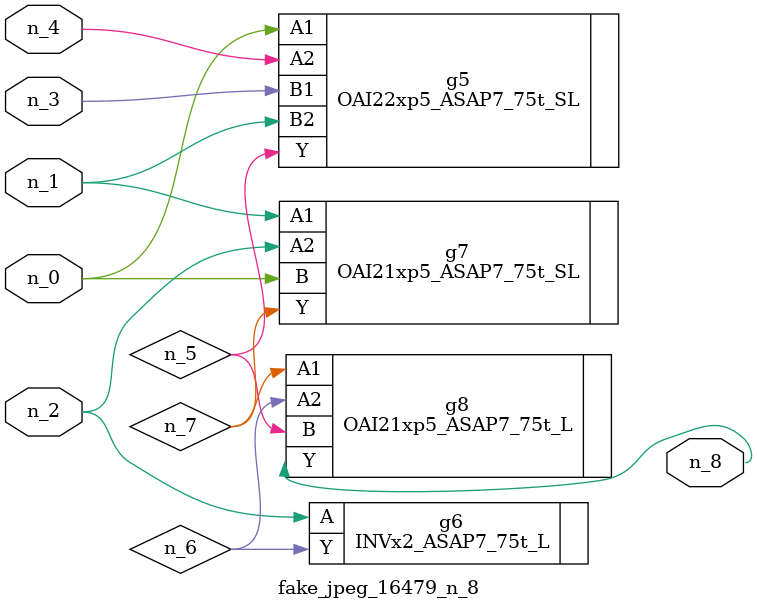
<source format=v>
module fake_jpeg_16479_n_8 (n_3, n_2, n_1, n_0, n_4, n_8);

input n_3;
input n_2;
input n_1;
input n_0;
input n_4;

output n_8;

wire n_6;
wire n_5;
wire n_7;

OAI22xp5_ASAP7_75t_SL g5 ( 
.A1(n_0),
.A2(n_4),
.B1(n_3),
.B2(n_1),
.Y(n_5)
);

INVx2_ASAP7_75t_L g6 ( 
.A(n_2),
.Y(n_6)
);

OAI21xp5_ASAP7_75t_SL g7 ( 
.A1(n_1),
.A2(n_2),
.B(n_0),
.Y(n_7)
);

OAI21xp5_ASAP7_75t_L g8 ( 
.A1(n_7),
.A2(n_6),
.B(n_5),
.Y(n_8)
);


endmodule
</source>
